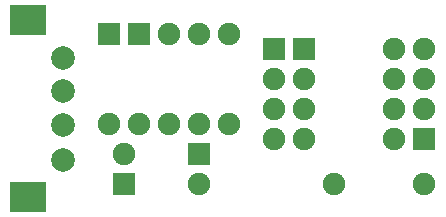
<source format=gbs>
G04 (created by PCBNEW-RS274X (2012-apr-16-27)-stable) date Thursday 03 April 2014 09:48:40 AM IST*
G01*
G70*
G90*
%MOIN*%
G04 Gerber Fmt 3.4, Leading zero omitted, Abs format*
%FSLAX34Y34*%
G04 APERTURE LIST*
%ADD10C,0.006000*%
%ADD11R,0.075000X0.075000*%
%ADD12C,0.075000*%
%ADD13C,0.079100*%
%ADD14R,0.118400X0.098700*%
G04 APERTURE END LIST*
G54D10*
G54D11*
X62500Y-38000D03*
G54D12*
X62500Y-39000D03*
X62500Y-40000D03*
X62500Y-41000D03*
G54D11*
X67500Y-41000D03*
G54D12*
X67500Y-40000D03*
X67500Y-39000D03*
X67500Y-38000D03*
G54D11*
X63500Y-38000D03*
G54D12*
X63500Y-39000D03*
X63500Y-40000D03*
X63500Y-41000D03*
X66500Y-41000D03*
X66500Y-40000D03*
X66500Y-39000D03*
X66500Y-38000D03*
G54D11*
X57500Y-42500D03*
G54D12*
X57500Y-41500D03*
G54D11*
X60000Y-41500D03*
G54D12*
X60000Y-42500D03*
G54D11*
X57000Y-37500D03*
G54D12*
X57000Y-40500D03*
G54D11*
X58000Y-37500D03*
G54D12*
X58000Y-40500D03*
X59000Y-40500D03*
X59000Y-37500D03*
X61000Y-37500D03*
X61000Y-40500D03*
X60000Y-37500D03*
X60000Y-40500D03*
X64500Y-42500D03*
X67500Y-42500D03*
G54D13*
X55450Y-39400D03*
X55450Y-40550D03*
X55450Y-41700D03*
X55450Y-38300D03*
G54D14*
X54300Y-42950D03*
X54300Y-37050D03*
M02*

</source>
